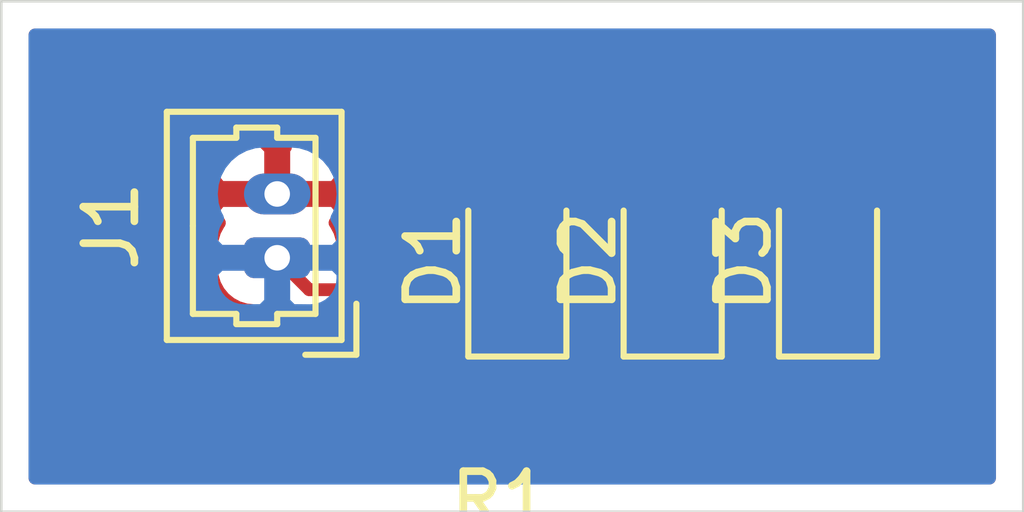
<source format=kicad_pcb>
(kicad_pcb (version 20171130) (host pcbnew "(5.1.10)-1")

  (general
    (thickness 1.6)
    (drawings 5)
    (tracks 15)
    (zones 0)
    (modules 5)
    (nets 3)
  )

  (page A4)
  (layers
    (0 F.Cu signal)
    (31 B.Cu signal)
    (32 B.Adhes user)
    (33 F.Adhes user)
    (34 B.Paste user)
    (35 F.Paste user)
    (36 B.SilkS user)
    (37 F.SilkS user hide)
    (38 B.Mask user)
    (39 F.Mask user)
    (40 Dwgs.User user)
    (41 Cmts.User user)
    (42 Eco1.User user)
    (43 Eco2.User user)
    (44 Edge.Cuts user)
    (45 Margin user)
    (46 B.CrtYd user)
    (47 F.CrtYd user)
    (48 B.Fab user)
    (49 F.Fab user hide)
  )

  (setup
    (last_trace_width 0.25)
    (trace_clearance 0.2)
    (zone_clearance 0.508)
    (zone_45_only no)
    (trace_min 0.2)
    (via_size 0.8)
    (via_drill 0.4)
    (via_min_size 0.4)
    (via_min_drill 0.3)
    (uvia_size 0.3)
    (uvia_drill 0.1)
    (uvias_allowed no)
    (uvia_min_size 0.2)
    (uvia_min_drill 0.1)
    (edge_width 0.05)
    (segment_width 0.2)
    (pcb_text_width 0.3)
    (pcb_text_size 1.5 1.5)
    (mod_edge_width 0.12)
    (mod_text_size 1 1)
    (mod_text_width 0.15)
    (pad_size 1.524 1.524)
    (pad_drill 0.762)
    (pad_to_mask_clearance 0)
    (aux_axis_origin 0 0)
    (visible_elements 7FFFFFFF)
    (pcbplotparams
      (layerselection 0x010dc_ffffffff)
      (usegerberextensions false)
      (usegerberattributes true)
      (usegerberadvancedattributes true)
      (creategerberjobfile true)
      (excludeedgelayer true)
      (linewidth 0.100000)
      (plotframeref false)
      (viasonmask false)
      (mode 1)
      (useauxorigin false)
      (hpglpennumber 1)
      (hpglpenspeed 20)
      (hpglpendiameter 15.000000)
      (psnegative false)
      (psa4output false)
      (plotreference true)
      (plotvalue false)
      (plotinvisibletext false)
      (padsonsilk false)
      (subtractmaskfromsilk false)
      (outputformat 1)
      (mirror false)
      (drillshape 0)
      (scaleselection 1)
      (outputdirectory "Gerbers/"))
  )

  (net 0 "")
  (net 1 "Net-(D1-Pad1)")
  (net 2 GND)

  (net_class Default "This is the default net class."
    (clearance 0.2)
    (trace_width 0.25)
    (via_dia 0.8)
    (via_drill 0.4)
    (uvia_dia 0.3)
    (uvia_drill 0.1)
    (add_net GND)
    (add_net "Net-(D1-Pad1)")
  )

  (module Resistor_SMD:R_0201_0603Metric (layer F.Cu) (tedit 5F68FEEE) (tstamp 6267A73B)
    (at 148.78 102.7 180)
    (descr "Resistor SMD 0201 (0603 Metric), square (rectangular) end terminal, IPC_7351 nominal, (Body size source: https://www.vishay.com/docs/20052/crcw0201e3.pdf), generated with kicad-footprint-generator")
    (tags resistor)
    (path /626736A0)
    (clearance 0.05)
    (attr smd)
    (fp_text reference R1 (at 0 -1.05) (layer F.SilkS)
      (effects (font (size 1 1) (thickness 0.15)))
    )
    (fp_text value 10k (at 0 1.05) (layer F.Fab)
      (effects (font (size 1 1) (thickness 0.15)))
    )
    (fp_line (start -0.3 0.15) (end -0.3 -0.15) (layer F.Fab) (width 0.1))
    (fp_line (start -0.3 -0.15) (end 0.3 -0.15) (layer F.Fab) (width 0.1))
    (fp_line (start 0.3 -0.15) (end 0.3 0.15) (layer F.Fab) (width 0.1))
    (fp_line (start 0.3 0.15) (end -0.3 0.15) (layer F.Fab) (width 0.1))
    (fp_line (start -0.7 0.35) (end -0.7 -0.35) (layer F.CrtYd) (width 0.05))
    (fp_line (start -0.7 -0.35) (end 0.7 -0.35) (layer F.CrtYd) (width 0.05))
    (fp_line (start 0.7 -0.35) (end 0.7 0.35) (layer F.CrtYd) (width 0.05))
    (fp_line (start 0.7 0.35) (end -0.7 0.35) (layer F.CrtYd) (width 0.05))
    (fp_text user %R (at 0 -0.68) (layer F.Fab)
      (effects (font (size 0.25 0.25) (thickness 0.04)))
    )
    (pad 2 smd roundrect (at 0.32 0 180) (size 0.46 0.4) (layers F.Cu F.Mask) (roundrect_rratio 0.25)
      (net 2 GND))
    (pad 1 smd roundrect (at -0.32 0 180) (size 0.46 0.4) (layers F.Cu F.Mask) (roundrect_rratio 0.25)
      (net 1 "Net-(D1-Pad1)"))
    (pad "" smd roundrect (at 0.345 0 180) (size 0.318 0.36) (layers F.Paste) (roundrect_rratio 0.25))
    (pad "" smd roundrect (at -0.345 0 180) (size 0.318 0.36) (layers F.Paste) (roundrect_rratio 0.25))
    (model ${KISYS3DMOD}/Resistor_SMD.3dshapes/R_0201_0603Metric.wrl
      (at (xyz 0 0 0))
      (scale (xyz 1 1 1))
      (rotate (xyz 0 0 0))
    )
  )

  (module Connector_Molex:Molex_PicoBlade_53047-0210_1x02_P1.25mm_Vertical (layer F.Cu) (tedit 5B783167) (tstamp 6267A72A)
    (at 144.4 99.025 90)
    (descr "Molex PicoBlade Connector System, 53047-0210, 2 Pins per row (http://www.molex.com/pdm_docs/sd/530470610_sd.pdf), generated with kicad-footprint-generator")
    (tags "connector Molex PicoBlade side entry")
    (path /6267D02F)
    (fp_text reference J1 (at 0.62 -3.25 90) (layer F.SilkS)
      (effects (font (size 1 1) (thickness 0.15)))
    )
    (fp_text value Conn_01x02 (at 0.62 2.35 90) (layer F.Fab)
      (effects (font (size 1 1) (thickness 0.15)))
    )
    (fp_line (start -1.5 -2.05) (end -1.5 1.15) (layer F.Fab) (width 0.1))
    (fp_line (start -1.5 1.15) (end 2.75 1.15) (layer F.Fab) (width 0.1))
    (fp_line (start 2.75 1.15) (end 2.75 -2.05) (layer F.Fab) (width 0.1))
    (fp_line (start 2.75 -2.05) (end -1.5 -2.05) (layer F.Fab) (width 0.1))
    (fp_line (start -1.61 -2.16) (end -1.61 1.26) (layer F.SilkS) (width 0.12))
    (fp_line (start -1.61 1.26) (end 2.86 1.26) (layer F.SilkS) (width 0.12))
    (fp_line (start 2.86 1.26) (end 2.86 -2.16) (layer F.SilkS) (width 0.12))
    (fp_line (start 2.86 -2.16) (end -1.61 -2.16) (layer F.SilkS) (width 0.12))
    (fp_line (start 0.625 0.75) (end -1.1 0.75) (layer F.SilkS) (width 0.12))
    (fp_line (start -1.1 0.75) (end -1.1 0) (layer F.SilkS) (width 0.12))
    (fp_line (start -1.1 0) (end -1.3 0) (layer F.SilkS) (width 0.12))
    (fp_line (start -1.3 0) (end -1.3 -0.8) (layer F.SilkS) (width 0.12))
    (fp_line (start -1.3 -0.8) (end -1.1 -0.8) (layer F.SilkS) (width 0.12))
    (fp_line (start -1.1 -0.8) (end -1.1 -1.65) (layer F.SilkS) (width 0.12))
    (fp_line (start -1.1 -1.65) (end 0.625 -1.65) (layer F.SilkS) (width 0.12))
    (fp_line (start 0.625 0.75) (end 2.35 0.75) (layer F.SilkS) (width 0.12))
    (fp_line (start 2.35 0.75) (end 2.35 0) (layer F.SilkS) (width 0.12))
    (fp_line (start 2.35 0) (end 2.55 0) (layer F.SilkS) (width 0.12))
    (fp_line (start 2.55 0) (end 2.55 -0.8) (layer F.SilkS) (width 0.12))
    (fp_line (start 2.55 -0.8) (end 2.35 -0.8) (layer F.SilkS) (width 0.12))
    (fp_line (start 2.35 -0.8) (end 2.35 -1.65) (layer F.SilkS) (width 0.12))
    (fp_line (start 2.35 -1.65) (end 0.625 -1.65) (layer F.SilkS) (width 0.12))
    (fp_line (start -1.9 1.55) (end -1.9 0.55) (layer F.SilkS) (width 0.12))
    (fp_line (start -1.9 1.55) (end -0.9 1.55) (layer F.SilkS) (width 0.12))
    (fp_line (start -0.5 1.15) (end 0 0.442893) (layer F.Fab) (width 0.1))
    (fp_line (start 0 0.442893) (end 0.5 1.15) (layer F.Fab) (width 0.1))
    (fp_line (start -2 -2.55) (end -2 1.65) (layer F.CrtYd) (width 0.05))
    (fp_line (start -2 1.65) (end 3.25 1.65) (layer F.CrtYd) (width 0.05))
    (fp_line (start 3.25 1.65) (end 3.25 -2.55) (layer F.CrtYd) (width 0.05))
    (fp_line (start 3.25 -2.55) (end -2 -2.55) (layer F.CrtYd) (width 0.05))
    (fp_text user %R (at 0.62 -1.35 90) (layer F.Fab)
      (effects (font (size 1 1) (thickness 0.15)))
    )
    (pad 2 thru_hole oval (at 1.25 0 90) (size 0.8 1.3) (drill 0.5) (layers *.Cu *.Mask)
      (net 1 "Net-(D1-Pad1)"))
    (pad 1 thru_hole roundrect (at 0 0 90) (size 0.8 1.3) (drill 0.5) (layers *.Cu *.Mask) (roundrect_rratio 0.25)
      (net 2 GND))
    (model ${KISYS3DMOD}/Connector_Molex.3dshapes/Molex_PicoBlade_53047-0210_1x02_P1.25mm_Vertical.wrl
      (at (xyz 0 0 0))
      (scale (xyz 1 1 1))
      (rotate (xyz 0 0 0))
    )
  )

  (module LED_SMD:LED_0805_2012Metric_Pad1.15x1.40mm_HandSolder (layer F.Cu) (tedit 5F68FEF1) (tstamp 6267A70F)
    (at 155.18 99.1 90)
    (descr "LED SMD 0805 (2012 Metric), square (rectangular) end terminal, IPC_7351 nominal, (Body size source: https://docs.google.com/spreadsheets/d/1BsfQQcO9C6DZCsRaXUlFlo91Tg2WpOkGARC1WS5S8t0/edit?usp=sharing), generated with kicad-footprint-generator")
    (tags "LED handsolder")
    (path /62677996)
    (attr smd)
    (fp_text reference D3 (at 0 -1.65 90) (layer F.SilkS)
      (effects (font (size 1 1) (thickness 0.15)))
    )
    (fp_text value LED (at 0 1.65 90) (layer F.Fab)
      (effects (font (size 1 1) (thickness 0.15)))
    )
    (fp_line (start 1 -0.6) (end -0.7 -0.6) (layer F.Fab) (width 0.1))
    (fp_line (start -0.7 -0.6) (end -1 -0.3) (layer F.Fab) (width 0.1))
    (fp_line (start -1 -0.3) (end -1 0.6) (layer F.Fab) (width 0.1))
    (fp_line (start -1 0.6) (end 1 0.6) (layer F.Fab) (width 0.1))
    (fp_line (start 1 0.6) (end 1 -0.6) (layer F.Fab) (width 0.1))
    (fp_line (start 1 -0.96) (end -1.86 -0.96) (layer F.SilkS) (width 0.12))
    (fp_line (start -1.86 -0.96) (end -1.86 0.96) (layer F.SilkS) (width 0.12))
    (fp_line (start -1.86 0.96) (end 1 0.96) (layer F.SilkS) (width 0.12))
    (fp_line (start -1.85 0.95) (end -1.85 -0.95) (layer F.CrtYd) (width 0.05))
    (fp_line (start -1.85 -0.95) (end 1.85 -0.95) (layer F.CrtYd) (width 0.05))
    (fp_line (start 1.85 -0.95) (end 1.85 0.95) (layer F.CrtYd) (width 0.05))
    (fp_line (start 1.85 0.95) (end -1.85 0.95) (layer F.CrtYd) (width 0.05))
    (fp_text user %R (at 0 0 90) (layer F.Fab)
      (effects (font (size 0.5 0.5) (thickness 0.08)))
    )
    (pad 2 smd roundrect (at 1.025 0 90) (size 1.15 1.4) (layers F.Cu F.Paste F.Mask) (roundrect_rratio 0.2173904347826087)
      (net 1 "Net-(D1-Pad1)"))
    (pad 1 smd roundrect (at -1.025 0 90) (size 1.15 1.4) (layers F.Cu F.Paste F.Mask) (roundrect_rratio 0.2173904347826087)
      (net 1 "Net-(D1-Pad1)"))
    (model ${KISYS3DMOD}/LED_SMD.3dshapes/LED_0805_2012Metric.wrl
      (at (xyz 0 0 0))
      (scale (xyz 1 1 1))
      (rotate (xyz 0 0 0))
    )
  )

  (module LED_SMD:LED_0805_2012Metric_Pad1.15x1.40mm_HandSolder (layer F.Cu) (tedit 5F68FEF1) (tstamp 6267A6FC)
    (at 152.14 99.1 90)
    (descr "LED SMD 0805 (2012 Metric), square (rectangular) end terminal, IPC_7351 nominal, (Body size source: https://docs.google.com/spreadsheets/d/1BsfQQcO9C6DZCsRaXUlFlo91Tg2WpOkGARC1WS5S8t0/edit?usp=sharing), generated with kicad-footprint-generator")
    (tags "LED handsolder")
    (path /6267675B)
    (attr smd)
    (fp_text reference D2 (at 0 -1.65 90) (layer F.SilkS)
      (effects (font (size 1 1) (thickness 0.15)))
    )
    (fp_text value LED (at 0 1.65 90) (layer F.Fab)
      (effects (font (size 1 1) (thickness 0.15)))
    )
    (fp_line (start 1 -0.6) (end -0.7 -0.6) (layer F.Fab) (width 0.1))
    (fp_line (start -0.7 -0.6) (end -1 -0.3) (layer F.Fab) (width 0.1))
    (fp_line (start -1 -0.3) (end -1 0.6) (layer F.Fab) (width 0.1))
    (fp_line (start -1 0.6) (end 1 0.6) (layer F.Fab) (width 0.1))
    (fp_line (start 1 0.6) (end 1 -0.6) (layer F.Fab) (width 0.1))
    (fp_line (start 1 -0.96) (end -1.86 -0.96) (layer F.SilkS) (width 0.12))
    (fp_line (start -1.86 -0.96) (end -1.86 0.96) (layer F.SilkS) (width 0.12))
    (fp_line (start -1.86 0.96) (end 1 0.96) (layer F.SilkS) (width 0.12))
    (fp_line (start -1.85 0.95) (end -1.85 -0.95) (layer F.CrtYd) (width 0.05))
    (fp_line (start -1.85 -0.95) (end 1.85 -0.95) (layer F.CrtYd) (width 0.05))
    (fp_line (start 1.85 -0.95) (end 1.85 0.95) (layer F.CrtYd) (width 0.05))
    (fp_line (start 1.85 0.95) (end -1.85 0.95) (layer F.CrtYd) (width 0.05))
    (fp_text user %R (at 0 0 90) (layer F.Fab)
      (effects (font (size 0.5 0.5) (thickness 0.08)))
    )
    (pad 2 smd roundrect (at 1.025 0 90) (size 1.15 1.4) (layers F.Cu F.Paste F.Mask) (roundrect_rratio 0.2173904347826087)
      (net 1 "Net-(D1-Pad1)"))
    (pad 1 smd roundrect (at -1.025 0 90) (size 1.15 1.4) (layers F.Cu F.Paste F.Mask) (roundrect_rratio 0.2173904347826087)
      (net 1 "Net-(D1-Pad1)"))
    (model ${KISYS3DMOD}/LED_SMD.3dshapes/LED_0805_2012Metric.wrl
      (at (xyz 0 0 0))
      (scale (xyz 1 1 1))
      (rotate (xyz 0 0 0))
    )
  )

  (module LED_SMD:LED_0805_2012Metric_Pad1.15x1.40mm_HandSolder (layer F.Cu) (tedit 5F68FEF1) (tstamp 6267A6E9)
    (at 149.1 99.1 90)
    (descr "LED SMD 0805 (2012 Metric), square (rectangular) end terminal, IPC_7351 nominal, (Body size source: https://docs.google.com/spreadsheets/d/1BsfQQcO9C6DZCsRaXUlFlo91Tg2WpOkGARC1WS5S8t0/edit?usp=sharing), generated with kicad-footprint-generator")
    (tags "LED handsolder")
    (path /62675578)
    (attr smd)
    (fp_text reference D1 (at 0 -1.65 90) (layer F.SilkS)
      (effects (font (size 1 1) (thickness 0.15)))
    )
    (fp_text value LED (at 0 1.65 90) (layer F.Fab)
      (effects (font (size 1 1) (thickness 0.15)))
    )
    (fp_line (start 1 -0.6) (end -0.7 -0.6) (layer F.Fab) (width 0.1))
    (fp_line (start -0.7 -0.6) (end -1 -0.3) (layer F.Fab) (width 0.1))
    (fp_line (start -1 -0.3) (end -1 0.6) (layer F.Fab) (width 0.1))
    (fp_line (start -1 0.6) (end 1 0.6) (layer F.Fab) (width 0.1))
    (fp_line (start 1 0.6) (end 1 -0.6) (layer F.Fab) (width 0.1))
    (fp_line (start 1 -0.96) (end -1.86 -0.96) (layer F.SilkS) (width 0.12))
    (fp_line (start -1.86 -0.96) (end -1.86 0.96) (layer F.SilkS) (width 0.12))
    (fp_line (start -1.86 0.96) (end 1 0.96) (layer F.SilkS) (width 0.12))
    (fp_line (start -1.85 0.95) (end -1.85 -0.95) (layer F.CrtYd) (width 0.05))
    (fp_line (start -1.85 -0.95) (end 1.85 -0.95) (layer F.CrtYd) (width 0.05))
    (fp_line (start 1.85 -0.95) (end 1.85 0.95) (layer F.CrtYd) (width 0.05))
    (fp_line (start 1.85 0.95) (end -1.85 0.95) (layer F.CrtYd) (width 0.05))
    (fp_text user %R (at 0 0 90) (layer F.Fab)
      (effects (font (size 0.5 0.5) (thickness 0.08)))
    )
    (pad 2 smd roundrect (at 1.025 0 90) (size 1.15 1.4) (layers F.Cu F.Paste F.Mask) (roundrect_rratio 0.2173904347826087)
      (net 1 "Net-(D1-Pad1)"))
    (pad 1 smd roundrect (at -1.025 0 90) (size 1.15 1.4) (layers F.Cu F.Paste F.Mask) (roundrect_rratio 0.2173904347826087)
      (net 1 "Net-(D1-Pad1)"))
    (model ${KISYS3DMOD}/LED_SMD.3dshapes/LED_0805_2012Metric.wrl
      (at (xyz 0 0 0))
      (scale (xyz 1 1 1))
      (rotate (xyz 0 0 0))
    )
  )

  (gr_text "Made By Addi Amaya\n" (at 149.2 95.7) (layer F.Cu)
    (effects (font (size 1 0.5) (thickness 0.125)))
  )
  (gr_line (start 139 104) (end 139 94) (layer Edge.Cuts) (width 0.05) (tstamp 626C62A0))
  (gr_line (start 159 104) (end 139 104) (layer Edge.Cuts) (width 0.05))
  (gr_line (start 159 94) (end 159 104) (layer Edge.Cuts) (width 0.05))
  (gr_line (start 139 94) (end 159 94) (layer Edge.Cuts) (width 0.05))

  (segment (start 148.775 98.4) (end 149.1 98.075) (width 0.25) (layer F.Cu) (net 1))
  (segment (start 146.35 98.4) (end 148.775 98.4) (width 0.25) (layer F.Cu) (net 1))
  (segment (start 149.1 98.075) (end 152.14 98.075) (width 0.25) (layer F.Cu) (net 1))
  (segment (start 152.14 98.075) (end 155.18 98.075) (width 0.25) (layer F.Cu) (net 1))
  (segment (start 155.18 98.075) (end 155.18 100.125) (width 0.25) (layer F.Cu) (net 1))
  (segment (start 152.14 98.075) (end 152.14 100.125) (width 0.25) (layer F.Cu) (net 1))
  (segment (start 149.1 98.075) (end 149.1 100.125) (width 0.25) (layer F.Cu) (net 1))
  (segment (start 149.1 100.125) (end 149.1 102.7) (width 0.25) (layer F.Cu) (net 1))
  (segment (start 145.725 97.775) (end 144.4 97.775) (width 0.25) (layer F.Cu) (net 1))
  (segment (start 146.35 98.4) (end 145.725 97.775) (width 0.25) (layer F.Cu) (net 1))
  (segment (start 146.35 99.65) (end 146.35 102.65) (width 0.25) (layer F.Cu) (net 2))
  (segment (start 146.4 102.7) (end 148.46 102.7) (width 0.25) (layer F.Cu) (net 2))
  (segment (start 146.35 102.65) (end 146.4 102.7) (width 0.25) (layer F.Cu) (net 2))
  (segment (start 145.025 99.65) (end 144.4 99.025) (width 0.25) (layer F.Cu) (net 2))
  (segment (start 146.35 99.65) (end 145.025 99.65) (width 0.25) (layer F.Cu) (net 2))

  (zone (net 1) (net_name "Net-(D1-Pad1)") (layer F.Cu) (tstamp 626C7112) (hatch edge 0.508)
    (connect_pads (clearance 0.508))
    (min_thickness 0.254)
    (fill yes (arc_segments 32) (thermal_gap 0.508) (thermal_bridge_width 0.508))
    (polygon
      (pts
        (xy 159 104) (xy 139 104) (xy 139 94) (xy 159 94)
      )
    )
    (filled_polygon
      (pts
        (xy 144.562024 96.856095) (xy 144.527 96.891238) (xy 144.527 97.648) (xy 145.516998 97.648) (xy 145.644666 97.488877)
        (xy 145.634994 97.412028) (xy 145.545255 97.22684) (xy 145.531572 97.20875) (xy 147.835658 97.20875) (xy 147.810498 97.25582)
        (xy 147.774188 97.375518) (xy 147.761928 97.5) (xy 147.765 97.78925) (xy 147.92375 97.948) (xy 148.973 97.948)
        (xy 148.973 97.928) (xy 149.227 97.928) (xy 149.227 97.948) (xy 150.27625 97.948) (xy 150.435 97.78925)
        (xy 150.438072 97.5) (xy 150.425812 97.375518) (xy 150.389502 97.25582) (xy 150.364342 97.20875) (xy 150.875658 97.20875)
        (xy 150.850498 97.25582) (xy 150.814188 97.375518) (xy 150.801928 97.5) (xy 150.805 97.78925) (xy 150.96375 97.948)
        (xy 152.013 97.948) (xy 152.013 97.928) (xy 152.267 97.928) (xy 152.267 97.948) (xy 153.31625 97.948)
        (xy 153.475 97.78925) (xy 153.478072 97.5) (xy 153.841928 97.5) (xy 153.845 97.78925) (xy 154.00375 97.948)
        (xy 155.053 97.948) (xy 155.053 97.02375) (xy 155.307 97.02375) (xy 155.307 97.948) (xy 156.35625 97.948)
        (xy 156.515 97.78925) (xy 156.518072 97.5) (xy 156.505812 97.375518) (xy 156.469502 97.25582) (xy 156.410537 97.145506)
        (xy 156.331185 97.048815) (xy 156.234494 96.969463) (xy 156.12418 96.910498) (xy 156.004482 96.874188) (xy 155.88 96.861928)
        (xy 155.46575 96.865) (xy 155.307 97.02375) (xy 155.053 97.02375) (xy 154.89425 96.865) (xy 154.48 96.861928)
        (xy 154.355518 96.874188) (xy 154.23582 96.910498) (xy 154.125506 96.969463) (xy 154.028815 97.048815) (xy 153.949463 97.145506)
        (xy 153.890498 97.25582) (xy 153.854188 97.375518) (xy 153.841928 97.5) (xy 153.478072 97.5) (xy 153.465812 97.375518)
        (xy 153.429502 97.25582) (xy 153.404342 97.20875) (xy 153.837976 97.20875) (xy 153.837976 94.66) (xy 158.34 94.66)
        (xy 158.340001 103.34) (xy 149.788871 103.34) (xy 149.85004 103.269722) (xy 149.912177 103.161163) (xy 149.951941 103.042567)
        (xy 149.965 102.93175) (xy 149.80625 102.773) (xy 149.328072 102.773) (xy 149.328072 102.627) (xy 149.80625 102.627)
        (xy 149.965 102.46825) (xy 149.951941 102.357433) (xy 149.912177 102.238837) (xy 149.85004 102.130278) (xy 149.767919 102.035928)
        (xy 149.668968 101.959411) (xy 149.556991 101.903669) (xy 149.436291 101.870843) (xy 149.36175 101.865) (xy 149.203 102.02375)
        (xy 149.203 102.189116) (xy 149.111896 102.078104) (xy 149.000051 101.986316) (xy 148.913077 101.939827) (xy 148.83825 101.865)
        (xy 148.763709 101.870843) (xy 148.738884 101.877594) (xy 148.733991 101.87611) (xy 148.59 101.861928) (xy 148.33 101.861928)
        (xy 148.186009 101.87611) (xy 148.047552 101.91811) (xy 148.006599 101.94) (xy 147.11 101.94) (xy 147.11 100.7)
        (xy 147.761928 100.7) (xy 147.774188 100.824482) (xy 147.810498 100.94418) (xy 147.869463 101.054494) (xy 147.948815 101.151185)
        (xy 148.045506 101.230537) (xy 148.15582 101.289502) (xy 148.275518 101.325812) (xy 148.4 101.338072) (xy 148.81425 101.335)
        (xy 148.973 101.17625) (xy 148.973 100.252) (xy 149.227 100.252) (xy 149.227 101.17625) (xy 149.38575 101.335)
        (xy 149.8 101.338072) (xy 149.924482 101.325812) (xy 150.04418 101.289502) (xy 150.154494 101.230537) (xy 150.251185 101.151185)
        (xy 150.330537 101.054494) (xy 150.389502 100.94418) (xy 150.425812 100.824482) (xy 150.438072 100.7) (xy 150.801928 100.7)
        (xy 150.814188 100.824482) (xy 150.850498 100.94418) (xy 150.909463 101.054494) (xy 150.988815 101.151185) (xy 151.085506 101.230537)
        (xy 151.19582 101.289502) (xy 151.315518 101.325812) (xy 151.44 101.338072) (xy 151.85425 101.335) (xy 152.013 101.17625)
        (xy 152.013 100.252) (xy 152.267 100.252) (xy 152.267 101.17625) (xy 152.42575 101.335) (xy 152.84 101.338072)
        (xy 152.964482 101.325812) (xy 153.08418 101.289502) (xy 153.194494 101.230537) (xy 153.291185 101.151185) (xy 153.370537 101.054494)
        (xy 153.429502 100.94418) (xy 153.465812 100.824482) (xy 153.478072 100.7) (xy 153.841928 100.7) (xy 153.854188 100.824482)
        (xy 153.890498 100.94418) (xy 153.949463 101.054494) (xy 154.028815 101.151185) (xy 154.125506 101.230537) (xy 154.23582 101.289502)
        (xy 154.355518 101.325812) (xy 154.48 101.338072) (xy 154.89425 101.335) (xy 155.053 101.17625) (xy 155.053 100.252)
        (xy 155.307 100.252) (xy 155.307 101.17625) (xy 155.46575 101.335) (xy 155.88 101.338072) (xy 156.004482 101.325812)
        (xy 156.12418 101.289502) (xy 156.234494 101.230537) (xy 156.331185 101.151185) (xy 156.410537 101.054494) (xy 156.469502 100.94418)
        (xy 156.505812 100.824482) (xy 156.518072 100.7) (xy 156.515 100.41075) (xy 156.35625 100.252) (xy 155.307 100.252)
        (xy 155.053 100.252) (xy 154.00375 100.252) (xy 153.845 100.41075) (xy 153.841928 100.7) (xy 153.478072 100.7)
        (xy 153.475 100.41075) (xy 153.31625 100.252) (xy 152.267 100.252) (xy 152.013 100.252) (xy 150.96375 100.252)
        (xy 150.805 100.41075) (xy 150.801928 100.7) (xy 150.438072 100.7) (xy 150.435 100.41075) (xy 150.27625 100.252)
        (xy 149.227 100.252) (xy 148.973 100.252) (xy 147.92375 100.252) (xy 147.765 100.41075) (xy 147.761928 100.7)
        (xy 147.11 100.7) (xy 147.11 99.687333) (xy 147.113677 99.65) (xy 147.099003 99.501014) (xy 147.055546 99.357753)
        (xy 146.984974 99.225724) (xy 146.890001 99.109999) (xy 146.774276 99.015026) (xy 146.642247 98.944454) (xy 146.498986 98.900997)
        (xy 146.387333 98.89) (xy 146.35 98.886323) (xy 146.312667 98.89) (xy 145.688072 98.89) (xy 145.688072 98.825)
        (xy 145.671969 98.6615) (xy 145.668481 98.65) (xy 147.761928 98.65) (xy 147.774188 98.774482) (xy 147.810498 98.89418)
        (xy 147.869463 99.004494) (xy 147.947842 99.1) (xy 147.869463 99.195506) (xy 147.810498 99.30582) (xy 147.774188 99.425518)
        (xy 147.761928 99.55) (xy 147.765 99.83925) (xy 147.92375 99.998) (xy 148.973 99.998) (xy 148.973 98.202)
        (xy 149.227 98.202) (xy 149.227 99.998) (xy 150.27625 99.998) (xy 150.435 99.83925) (xy 150.438072 99.55)
        (xy 150.425812 99.425518) (xy 150.389502 99.30582) (xy 150.330537 99.195506) (xy 150.252158 99.1) (xy 150.330537 99.004494)
        (xy 150.389502 98.89418) (xy 150.425812 98.774482) (xy 150.438072 98.65) (xy 150.801928 98.65) (xy 150.814188 98.774482)
        (xy 150.850498 98.89418) (xy 150.909463 99.004494) (xy 150.987842 99.1) (xy 150.909463 99.195506) (xy 150.850498 99.30582)
        (xy 150.814188 99.425518) (xy 150.801928 99.55) (xy 150.805 99.83925) (xy 150.96375 99.998) (xy 152.013 99.998)
        (xy 152.013 98.202) (xy 152.267 98.202) (xy 152.267 99.998) (xy 153.31625 99.998) (xy 153.475 99.83925)
        (xy 153.478072 99.55) (xy 153.465812 99.425518) (xy 153.429502 99.30582) (xy 153.370537 99.195506) (xy 153.292158 99.1)
        (xy 153.370537 99.004494) (xy 153.429502 98.89418) (xy 153.465812 98.774482) (xy 153.478072 98.65) (xy 153.841928 98.65)
        (xy 153.854188 98.774482) (xy 153.890498 98.89418) (xy 153.949463 99.004494) (xy 154.027842 99.1) (xy 153.949463 99.195506)
        (xy 153.890498 99.30582) (xy 153.854188 99.425518) (xy 153.841928 99.55) (xy 153.845 99.83925) (xy 154.00375 99.998)
        (xy 155.053 99.998) (xy 155.053 98.202) (xy 155.307 98.202) (xy 155.307 99.998) (xy 156.35625 99.998)
        (xy 156.515 99.83925) (xy 156.518072 99.55) (xy 156.505812 99.425518) (xy 156.469502 99.30582) (xy 156.410537 99.195506)
        (xy 156.332158 99.1) (xy 156.410537 99.004494) (xy 156.469502 98.89418) (xy 156.505812 98.774482) (xy 156.518072 98.65)
        (xy 156.515 98.36075) (xy 156.35625 98.202) (xy 155.307 98.202) (xy 155.053 98.202) (xy 154.00375 98.202)
        (xy 153.845 98.36075) (xy 153.841928 98.65) (xy 153.478072 98.65) (xy 153.475 98.36075) (xy 153.31625 98.202)
        (xy 152.267 98.202) (xy 152.013 98.202) (xy 150.96375 98.202) (xy 150.805 98.36075) (xy 150.801928 98.65)
        (xy 150.438072 98.65) (xy 150.435 98.36075) (xy 150.27625 98.202) (xy 149.227 98.202) (xy 148.973 98.202)
        (xy 147.92375 98.202) (xy 147.765 98.36075) (xy 147.761928 98.65) (xy 145.668481 98.65) (xy 145.624278 98.504284)
        (xy 145.546831 98.359392) (xy 145.531749 98.341015) (xy 145.545255 98.32316) (xy 145.634994 98.137972) (xy 145.644666 98.061123)
        (xy 145.516998 97.902) (xy 144.527 97.902) (xy 144.527 97.922) (xy 144.273 97.922) (xy 144.273 97.902)
        (xy 143.283002 97.902) (xy 143.155334 98.061123) (xy 143.165006 98.137972) (xy 143.254745 98.32316) (xy 143.268251 98.341015)
        (xy 143.253169 98.359392) (xy 143.175722 98.504284) (xy 143.128031 98.6615) (xy 143.111928 98.825) (xy 143.111928 99.225)
        (xy 143.128031 99.3885) (xy 143.175722 99.545716) (xy 143.253169 99.690608) (xy 143.357394 99.817606) (xy 143.484392 99.921831)
        (xy 143.629284 99.999278) (xy 143.7865 100.046969) (xy 143.95 100.063072) (xy 144.363269 100.063072) (xy 144.461205 100.161008)
        (xy 144.484999 100.190001) (xy 144.513992 100.213795) (xy 144.513996 100.213799) (xy 144.560545 100.252) (xy 144.600724 100.284974)
        (xy 144.732753 100.355546) (xy 144.876014 100.399003) (xy 144.987667 100.41) (xy 144.987676 100.41) (xy 145.024999 100.413676)
        (xy 145.062322 100.41) (xy 145.59 100.41) (xy 145.590001 102.612668) (xy 145.586324 102.65) (xy 145.600998 102.798985)
        (xy 145.644454 102.942246) (xy 145.715026 103.074276) (xy 145.786201 103.161002) (xy 145.81 103.190001) (xy 145.837459 103.212536)
        (xy 145.859999 103.240001) (xy 145.975724 103.334974) (xy 145.985127 103.34) (xy 139.66 103.34) (xy 139.66 97.488877)
        (xy 143.155334 97.488877) (xy 143.283002 97.648) (xy 144.273 97.648) (xy 144.273 96.891238) (xy 144.108401 96.726082)
        (xy 143.904567 96.754352) (xy 143.710164 96.821845) (xy 143.532664 96.925967) (xy 143.378888 97.062717) (xy 143.254745 97.22684)
        (xy 143.165006 97.412028) (xy 143.155334 97.488877) (xy 139.66 97.488877) (xy 139.66 94.66) (xy 144.562024 94.66)
      )
    )
  )
  (zone (net 2) (net_name GND) (layer B.Cu) (tstamp 626C710F) (hatch edge 0.508)
    (connect_pads (clearance 0.508))
    (min_thickness 0.254)
    (fill yes (arc_segments 32) (thermal_gap 0.508) (thermal_bridge_width 0.508))
    (polygon
      (pts
        (xy 159 104) (xy 139 104) (xy 139 94) (xy 159 94)
      )
    )
    (filled_polygon
      (pts
        (xy 158.340001 103.34) (xy 139.66 103.34) (xy 139.66 99.425) (xy 143.111928 99.425) (xy 143.124188 99.549482)
        (xy 143.160498 99.66918) (xy 143.219463 99.779494) (xy 143.298815 99.876185) (xy 143.395506 99.955537) (xy 143.50582 100.014502)
        (xy 143.625518 100.050812) (xy 143.75 100.063072) (xy 144.11425 100.06) (xy 144.273 99.90125) (xy 144.273 99.152)
        (xy 144.527 99.152) (xy 144.527 99.90125) (xy 144.68575 100.06) (xy 145.05 100.063072) (xy 145.174482 100.050812)
        (xy 145.29418 100.014502) (xy 145.404494 99.955537) (xy 145.501185 99.876185) (xy 145.580537 99.779494) (xy 145.639502 99.66918)
        (xy 145.675812 99.549482) (xy 145.688072 99.425) (xy 145.685 99.31075) (xy 145.52625 99.152) (xy 144.527 99.152)
        (xy 144.273 99.152) (xy 143.27375 99.152) (xy 143.115 99.31075) (xy 143.111928 99.425) (xy 139.66 99.425)
        (xy 139.66 97.775) (xy 143.109993 97.775) (xy 143.129976 97.977895) (xy 143.189159 98.172993) (xy 143.232675 98.254407)
        (xy 143.219463 98.270506) (xy 143.160498 98.38082) (xy 143.124188 98.500518) (xy 143.111928 98.625) (xy 143.115 98.73925)
        (xy 143.27375 98.898) (xy 144.273 98.898) (xy 144.273 98.878) (xy 144.527 98.878) (xy 144.527 98.898)
        (xy 145.52625 98.898) (xy 145.685 98.73925) (xy 145.688072 98.625) (xy 145.675812 98.500518) (xy 145.639502 98.38082)
        (xy 145.580537 98.270506) (xy 145.567325 98.254407) (xy 145.610841 98.172993) (xy 145.670024 97.977895) (xy 145.690007 97.775)
        (xy 145.670024 97.572105) (xy 145.610841 97.377007) (xy 145.514734 97.197203) (xy 145.385396 97.039604) (xy 145.227797 96.910266)
        (xy 145.047993 96.814159) (xy 144.852895 96.754976) (xy 144.700838 96.74) (xy 144.099162 96.74) (xy 143.947105 96.754976)
        (xy 143.752007 96.814159) (xy 143.572203 96.910266) (xy 143.414604 97.039604) (xy 143.285266 97.197203) (xy 143.189159 97.377007)
        (xy 143.129976 97.572105) (xy 143.109993 97.775) (xy 139.66 97.775) (xy 139.66 94.66) (xy 158.34 94.66)
      )
    )
  )
)

</source>
